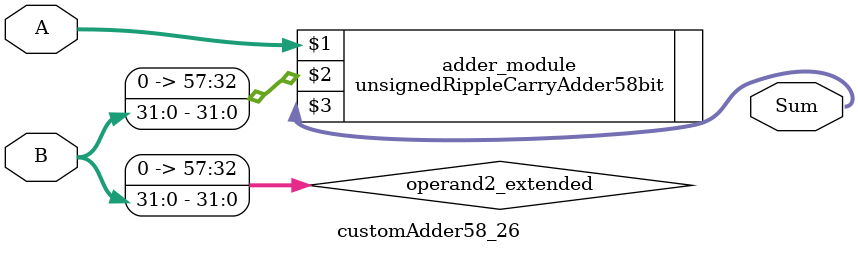
<source format=v>
module customAdder58_26(
                        input [57 : 0] A,
                        input [31 : 0] B,
                        
                        output [58 : 0] Sum
                );

        wire [57 : 0] operand2_extended;
        
        assign operand2_extended =  {26'b0, B};
        
        unsignedRippleCarryAdder58bit adder_module(
            A,
            operand2_extended,
            Sum
        );
        
        endmodule
        
</source>
